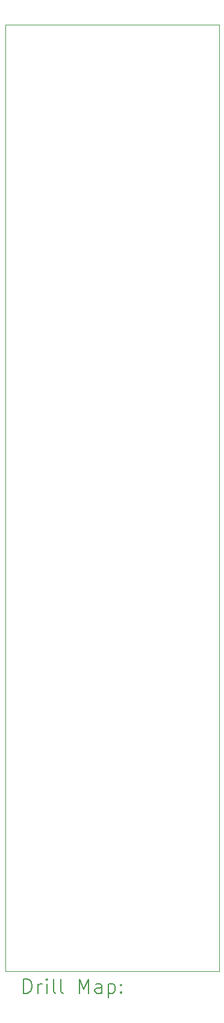
<source format=gbr>
%FSLAX45Y45*%
G04 Gerber Fmt 4.5, Leading zero omitted, Abs format (unit mm)*
G04 Created by KiCad (PCBNEW (6.0.0)) date 2022-04-04 19:59:44*
%MOMM*%
%LPD*%
G01*
G04 APERTURE LIST*
%TA.AperFunction,Profile*%
%ADD10C,0.050000*%
%TD*%
%ADD11C,0.200000*%
G04 APERTURE END LIST*
D10*
X9200000Y-15800000D02*
X6200000Y-15800000D01*
X6200000Y-15800000D02*
X6200000Y-15100000D01*
X9200000Y-2500000D02*
X9200000Y-15800000D01*
X6200000Y-2500000D02*
X6200000Y-15100000D01*
X6200000Y-2500000D02*
X9200000Y-2500000D01*
D11*
X6455119Y-16112976D02*
X6455119Y-15912976D01*
X6502738Y-15912976D01*
X6531309Y-15922500D01*
X6550357Y-15941548D01*
X6559881Y-15960595D01*
X6569405Y-15998690D01*
X6569405Y-16027262D01*
X6559881Y-16065357D01*
X6550357Y-16084405D01*
X6531309Y-16103452D01*
X6502738Y-16112976D01*
X6455119Y-16112976D01*
X6655119Y-16112976D02*
X6655119Y-15979643D01*
X6655119Y-16017738D02*
X6664643Y-15998690D01*
X6674166Y-15989167D01*
X6693214Y-15979643D01*
X6712262Y-15979643D01*
X6778928Y-16112976D02*
X6778928Y-15979643D01*
X6778928Y-15912976D02*
X6769405Y-15922500D01*
X6778928Y-15932024D01*
X6788452Y-15922500D01*
X6778928Y-15912976D01*
X6778928Y-15932024D01*
X6902738Y-16112976D02*
X6883690Y-16103452D01*
X6874166Y-16084405D01*
X6874166Y-15912976D01*
X7007500Y-16112976D02*
X6988452Y-16103452D01*
X6978928Y-16084405D01*
X6978928Y-15912976D01*
X7236071Y-16112976D02*
X7236071Y-15912976D01*
X7302738Y-16055833D01*
X7369405Y-15912976D01*
X7369405Y-16112976D01*
X7550357Y-16112976D02*
X7550357Y-16008214D01*
X7540833Y-15989167D01*
X7521786Y-15979643D01*
X7483690Y-15979643D01*
X7464643Y-15989167D01*
X7550357Y-16103452D02*
X7531309Y-16112976D01*
X7483690Y-16112976D01*
X7464643Y-16103452D01*
X7455119Y-16084405D01*
X7455119Y-16065357D01*
X7464643Y-16046309D01*
X7483690Y-16036786D01*
X7531309Y-16036786D01*
X7550357Y-16027262D01*
X7645595Y-15979643D02*
X7645595Y-16179643D01*
X7645595Y-15989167D02*
X7664643Y-15979643D01*
X7702738Y-15979643D01*
X7721786Y-15989167D01*
X7731309Y-15998690D01*
X7740833Y-16017738D01*
X7740833Y-16074881D01*
X7731309Y-16093928D01*
X7721786Y-16103452D01*
X7702738Y-16112976D01*
X7664643Y-16112976D01*
X7645595Y-16103452D01*
X7826547Y-16093928D02*
X7836071Y-16103452D01*
X7826547Y-16112976D01*
X7817024Y-16103452D01*
X7826547Y-16093928D01*
X7826547Y-16112976D01*
X7826547Y-15989167D02*
X7836071Y-15998690D01*
X7826547Y-16008214D01*
X7817024Y-15998690D01*
X7826547Y-15989167D01*
X7826547Y-16008214D01*
M02*

</source>
